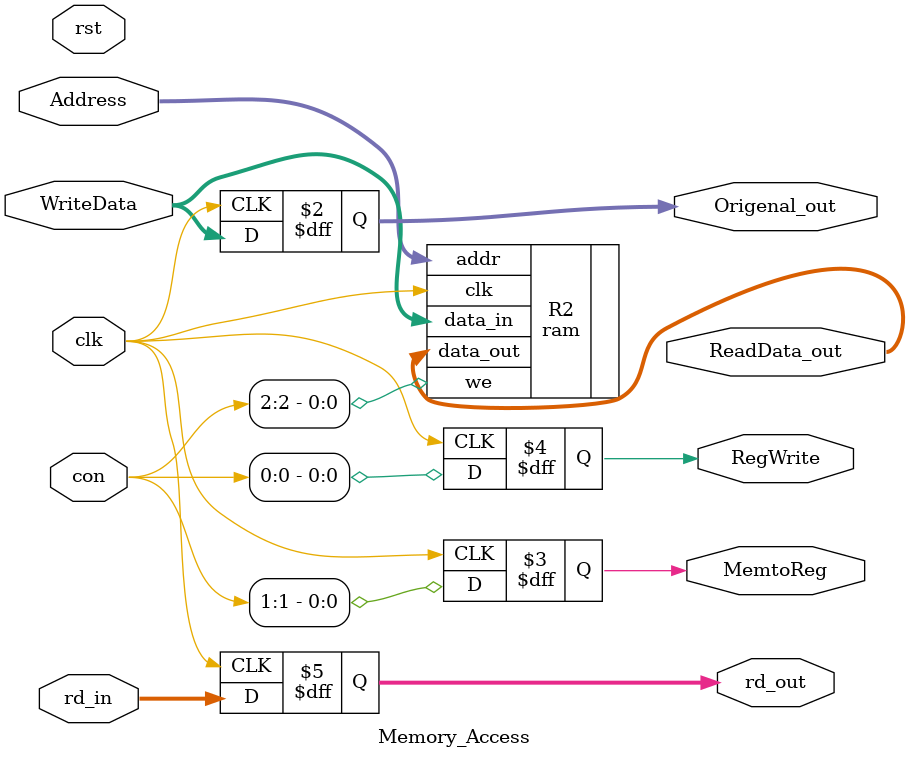
<source format=v>
module Memory_Access #(
    parameter   BW = 32,
    parameter   OW = 10,
    parameter   INIT_FILE = "data.txt"
)(
    input   wire                clk, rst,

    input   wire    [BW - 1:0]  WriteData,

    input   wire    [OW - 1:0]  Address,

    input   wire    [2:0]       con,            //memwrite, memtoreg, regwirte

    input   wire    [4:0]       rd_in,

    output  reg     [BW - 1:0]  ReadData_out,

    output  reg     [BW - 1:0]  Origenal_out,

    output  reg                 MemtoReg,
    output  reg                 RegWrite,

    output  reg     [4:0]       rd_out
); 

    ram #(.DATA_WIDTH(BW), .ADDR_WIDTH(OW), .INIT_FILE(INIT_FILE)) R2
    (
        .clk(clk),

        .we(con[2]),                            //memwrite
        .data_in(WriteData),

        .addr(Address),

        .data_out(ReadData_out)
    );

    always @ (posedge clk)
    begin
        Origenal_out    <= WriteData;
        MemtoReg        <= con[1];
        RegWrite        <= con[0];
        rd_out          <= rd_in;
    end

endmodule
</source>
